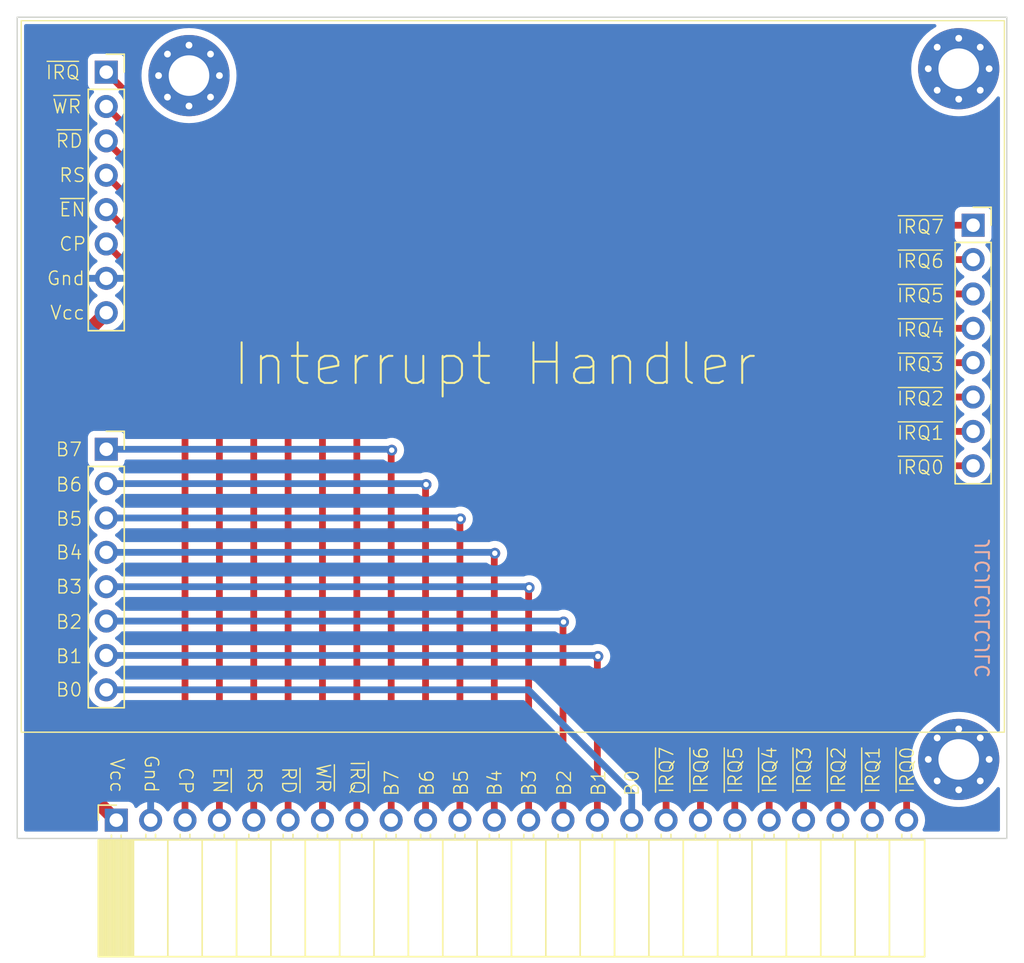
<source format=kicad_pcb>
(kicad_pcb (version 20211014) (generator pcbnew)
  (layers (0 "F.Cu" signal) (31 "B.Cu" signal) (34 "B.Paste" user) (35 "F.Paste" user) (36 "B.SilkS" user "B.Silkscreen") (37 "F.SilkS" user "F.Silkscreen") (38 "B.Mask" user) (39 "F.Mask" user) (44 "Edge.Cuts" user))
  (net 0 "")
  (net 1 "~{IREQ}")
  (net 2 "~{WRITE}")
  (net 3 "~{READ}")
  (net 4 "REG_SEL")
  (net 5 "~{EN}")
  (net 6 "CLOCK")
  (net 7 "GND")
  (net 8 "VCC")
  (net 9 "BUS7")
  (net 10 "BUS6")
  (net 11 "BUS5")
  (net 12 "BUS4")
  (net 13 "BUS3")
  (net 14 "BUS2")
  (net 15 "BUS1")
  (net 16 "BUS0")
  (net 17 "~{IRQ7}")
  (net 18 "~{IRQ6}")
  (net 19 "~{IRQ5}")
  (net 20 "~{IRQ4}")
  (net 21 "~{IRQ3}")
  (net 22 "~{IRQ2}")
  (net 23 "~{IRQ1}")
  (net 24 "~{IRQ0}")
  (footprint "MountingHole:MountingHole_3mm_Pad_Via" (layer "F.Cu") (at 172.974 64.262)
    (fp_text reference "REF**" hide)
    (fp_text value "MountingHole_3mm_Pad_Via" hide)
    (pad "1" thru_hole circle locked (at -1.59099 1.59099) (size 0.8 0.8) (drill 0.5) (layers *.Cu *.Mask))
    (pad "1" thru_hole circle locked (at 1.59099 -1.59099) (size 0.8 0.8) (drill 0.5) (layers *.Cu *.Mask))
    (pad "1" thru_hole circle locked (at 0 -2.25) (size 0.8 0.8) (drill 0.5) (layers *.Cu *.Mask))
    (pad "1" thru_hole circle locked (at 0 0) (size 6 6) (drill 3) (layers *.Cu *.Mask))
    (pad "1" thru_hole circle locked (at 1.59099 1.59099) (size 0.8 0.8) (drill 0.5) (layers *.Cu *.Mask))
    (pad "1" thru_hole circle locked (at 0 2.25) (size 0.8 0.8) (drill 0.5) (layers *.Cu *.Mask))
    (pad "1" thru_hole circle locked (at 2.25 0) (size 0.8 0.8) (drill 0.5) (layers *.Cu *.Mask))
    (pad "1" thru_hole circle locked (at -2.25 0) (size 0.8 0.8) (drill 0.5) (layers *.Cu *.Mask))
    (pad "1" thru_hole circle locked (at -1.59099 -1.59099) (size 0.8 0.8) (drill 0.5) (layers *.Cu *.Mask))
  )
  (footprint "MountingHole:MountingHole_3mm_Pad_Via" (layer "F.Cu") (at 172.974 115.316)
    (fp_text reference "REF**" hide)
    (fp_text value "MountingHole_3mm_Pad_Via" hide)
    (pad "1" thru_hole circle locked (at 1.59099 1.59099) (size 0.8 0.8) (drill 0.5) (layers *.Cu *.Mask))
    (pad "1" thru_hole circle locked (at 0 0) (size 6 6) (drill 3) (layers *.Cu *.Mask))
    (pad "1" thru_hole circle locked (at -2.25 0) (size 0.8 0.8) (drill 0.5) (layers *.Cu *.Mask))
    (pad "1" thru_hole circle locked (at 0 2.25) (size 0.8 0.8) (drill 0.5) (layers *.Cu *.Mask))
    (pad "1" thru_hole circle locked (at 0 -2.25) (size 0.8 0.8) (drill 0.5) (layers *.Cu *.Mask))
    (pad "1" thru_hole circle locked (at -1.59099 -1.59099) (size 0.8 0.8) (drill 0.5) (layers *.Cu *.Mask))
    (pad "1" thru_hole circle locked (at 2.25 0) (size 0.8 0.8) (drill 0.5) (layers *.Cu *.Mask))
    (pad "1" thru_hole circle locked (at -1.59099 1.59099) (size 0.8 0.8) (drill 0.5) (layers *.Cu *.Mask))
    (pad "1" thru_hole circle locked (at 1.59099 -1.59099) (size 0.8 0.8) (drill 0.5) (layers *.Cu *.Mask))
  )
  (footprint "Connector_PinSocket_2.54mm:PinSocket_1x08_P2.54mm_Vertical" (layer "F.Cu") (at 109.962 92.391)
    (fp_text reference "J3" hide)
    (fp_text value "Conn_01x08" hide)
    (fp_line (start 1.33 1.27) (end 1.33 19.11) (layer "F.SilkS") (width 0.12))
    (fp_line (start -1.33 1.27) (end -1.33 19.11) (layer "F.SilkS") (width 0.12))
    (fp_line (start 1.33 -1.33) (end 1.33 0) (layer "F.SilkS") (width 0.12))
    (fp_line (start -1.33 1.27) (end 1.33 1.27) (layer "F.SilkS") (width 0.12))
    (fp_line (start -1.33 19.11) (end 1.33 19.11) (layer "F.SilkS") (width 0.12))
    (fp_line (start 0 -1.33) (end 1.33 -1.33) (layer "F.SilkS") (width 0.12))
    (pad "1" thru_hole rect locked (at 0 0) (size 1.7 1.7) (drill 1) (layers *.Cu *.Mask) (net 9 "BUS7"))
    (pad "2" thru_hole oval locked (at 0 2.54) (size 1.7 1.7) (drill 1) (layers *.Cu *.Mask) (net 10 "BUS6"))
    (pad "3" thru_hole oval locked (at 0 5.08) (size 1.7 1.7) (drill 1) (layers *.Cu *.Mask) (net 11 "BUS5"))
    (pad "4" thru_hole oval locked (at 0 7.62) (size 1.7 1.7) (drill 1) (layers *.Cu *.Mask) (net 12 "BUS4"))
    (pad "5" thru_hole oval locked (at 0 10.16) (size 1.7 1.7) (drill 1) (layers *.Cu *.Mask) (net 13 "BUS3"))
    (pad "6" thru_hole oval locked (at 0 12.7) (size 1.7 1.7) (drill 1) (layers *.Cu *.Mask) (net 14 "BUS2"))
    (pad "7" thru_hole oval locked (at 0 15.24) (size 1.7 1.7) (drill 1) (layers *.Cu *.Mask) (net 15 "BUS1"))
    (pad "8" thru_hole oval locked (at 0 17.78) (size 1.7 1.7) (drill 1) (layers *.Cu *.Mask) (net 16 "BUS0"))
  )
  (footprint "Connector_PinSocket_2.54mm:PinSocket_1x24_P2.54mm_Horizontal" (layer "F.Cu") (at 110.704 119.806 90)
    (fp_text reference "J2" hide)
    (fp_text value "Conn_01x24" hide)
    (fp_line (start -10.09 21.59) (end -1.46 21.59) (layer "F.SilkS") (width 0.12))
    (fp_line (start -10.09 8.89) (end -1.46 8.89) (layer "F.SilkS") (width 0.12))
    (fp_line (start -10.09 52.07) (end -1.46 52.07) (layer "F.SilkS") (width 0.12))
    (fp_line (start -10.09 -0.619525) (end -1.46 -0.619525) (layer "F.SilkS") (width 0.12))
    (fp_line (start -1.46 7.26) (end -1.05 7.26) (layer "F.SilkS") (width 0.12))
    (fp_line (start -1.46 50.44) (end -1.05 50.44) (layer "F.SilkS") (width 0.12))
    (fp_line (start -10.09 39.37) (end -1.46 39.37) (layer "F.SilkS") (width 0.12))
    (fp_line (start -10.09 -1.33) (end -10.09 59.75) (layer "F.SilkS") (width 0.12))
    (fp_line (start -10.09 16.51) (end -1.46 16.51) (layer "F.SilkS") (width 0.12))
    (fp_line (start -1.46 25.04) (end -1.05 25.04) (layer "F.SilkS") (width 0.12))
    (fp_line (start -10.09 -0.50143) (end -1.46 -0.50143) (layer "F.SilkS") (width 0.12))
    (fp_line (start -10.09 46.99) (end -1.46 46.99) (layer "F.SilkS") (width 0.12))
    (fp_line (start -10.09 1.27) (end -1.46 1.27) (layer "F.SilkS") (width 0.12))
    (fp_line (start -1.46 9.8) (end -1.05 9.8) (layer "F.SilkS") (width 0.12))
    (fp_line (start -1.46 55.52) (end -1.05 55.52) (layer "F.SilkS") (width 0.12))
    (fp_line (start -1.46 51.16) (end -1.05 51.16) (layer "F.SilkS") (width 0.12))
    (fp_line (start -1.46 30.12) (end -1.05 30.12) (layer "F.SilkS") (width 0.12))
    (fp_line (start -10.09 -1.091905) (end -1.46 -1.091905) (layer "F.SilkS") (width 0.12))
    (fp_line (start -1.46 35.2) (end -1.05 35.2) (layer "F.SilkS") (width 0.12))
    (fp_line (start -10.09 0.20714) (end -1.46 0.20714) (layer "F.SilkS") (width 0.12))
    (fp_line (start -1.46 52.98) (end -1.05 52.98) (layer "F.SilkS") (width 0.12))
    (fp_line (start -1.46 2.9) (end -1.05 2.9) (layer "F.SilkS") (width 0.12))
    (fp_line (start -10.09 0.561425) (end -1.46 0.561425) (layer "F.SilkS") (width 0.12))
    (fp_line (start -1.46 22.5) (end -1.05 22.5) (layer "F.SilkS") (width 0.12))
    (fp_line (start -10.09 1.033805) (end -1.46 1.033805) (layer "F.SilkS") (width 0.12))
    (fp_line (start -1.46 32.66) (end -1.05 32.66) (layer "F.SilkS") (width 0.12))
    (fp_line (start -1.46 56.24) (end -1.05 56.24) (layer "F.SilkS") (width 0.12))
    (fp_line (start -10.09 59.75) (end -1.46 59.75) (layer "F.SilkS") (width 0.12))
    (fp_line (start -1.46 37.74) (end -1.05 37.74) (layer "F.SilkS") (width 0.12))
    (fp_line (start -1.46 46.08) (end -1.05 46.08) (layer "F.SilkS") (width 0.12))
    (fp_line (start -10.09 0.44333) (end -1.46 0.44333) (layer "F.SilkS") (width 0.12))
    (fp_line (start -1.46 5.44) (end -1.05 5.44) (layer "F.SilkS") (width 0.12))
    (fp_line (start -10.09 54.61) (end -1.46 54.61) (layer "F.SilkS") (width 0.12))
    (fp_line (start -1.46 -0.36) (end -1.11 -0.36) (layer "F.SilkS") (width 0.12))
    (fp_line (start -1.46 0.36) (end -1.11 0.36) (layer "F.SilkS") (width 0.12))
    (fp_line (start -1.46 14.88) (end -1.05 14.88) (layer "F.SilkS") (width 0.12))
    (fp_line (start -1.46 58.06) (end -1.05 58.06) (layer "F.SilkS") (width 0.12))
    (fp_line (start -10.09 0.797615) (end -1.46 0.797615) (layer "F.SilkS") (width 0.12))
    (fp_line (start -10.09 -0.147145) (end -1.46 -0.147145) (layer "F.SilkS") (width 0.12))
    (fp_line (start -10.09 0.91571) (end -1.46 0.91571) (layer "F.SilkS") (width 0.12))
    (fp_line (start -10.09 44.45) (end -1.46 44.45) (layer "F.SilkS") (width 0.12))
    (fp_line (start -1.46 35.92) (end -1.05 35.92) (layer "F.SilkS") (width 0.12))
    (fp_line (start -1.46 25.76) (end -1.05 25.76) (layer "F.SilkS") (width 0.12))
    (fp_line (start -1.46 38.46) (end -1.05 38.46) (layer "F.SilkS") (width 0.12))
    (fp_line (start -10.09 -1.21) (end -1.46 -1.21) (layer "F.SilkS") (width 0.12))
    (fp_line (start -1.46 40.28) (end -1.05 40.28) (layer "F.SilkS") (width 0.12))
    (fp_line (start -10.09 0.089045) (end -1.46 0.089045) (layer "F.SilkS") (width 0.12))
    (fp_line (start -1.46 7.98) (end -1.05 7.98) (layer "F.SilkS") (width 0.12))
    (fp_line (start -1.46 10.52) (end -1.05 10.52) (layer "F.SilkS") (width 0.12))
    (fp_line (start -10.09 57.15) (end -1.46 57.15) (layer "F.SilkS") (width 0.12))
    (fp_line (start -10.09 24.13) (end -1.46 24.13) (layer "F.SilkS") (width 0.12))
    (fp_line (start -10.09 -0.26524) (end -1.46 -0.26524) (layer "F.SilkS") (width 0.12))
    (fp_line (start -1.46 15.6) (end -1.05 15.6) (layer "F.SilkS") (width 0.12))
    (fp_line (start 1.11 -1.33) (end 1.11 0) (layer "F.SilkS") (width 0.12))
    (fp_line (start -1.46 19.96) (end -1.05 19.96) (layer "F.SilkS") (width 0.12))
    (fp_line (start -1.46 47.9) (end -1.05 47.9) (layer "F.SilkS") (width 0.12))
    (fp_line (start -10.09 -0.97381) (end -1.46 -0.97381) (layer "F.SilkS") (width 0.12))
    (fp_line (start -1.46 2.18) (end -1.05 2.18) (layer "F.SilkS") (width 0.12))
    (fp_line (start -10.09 31.75) (end -1.46 31.75) (layer "F.SilkS") (width 0.12))
    (fp_line (start -10.09 -0.383335) (end -1.46 -0.383335) (layer "F.SilkS") (width 0.12))
    (fp_line (start -10.09 -0.855715) (end -1.46 -0.855715) (layer "F.SilkS") (width 0.12))
    (fp_line (start 0 -1.33) (end 1.11 -1.33) (layer "F.SilkS") (width 0.12))
    (fp_line (start -1.46 33.38) (end -1.05 33.38) (layer "F.SilkS") (width 0.12))
    (fp_line (start -1.46 13.06) (end -1.05 13.06) (layer "F.SilkS") (width 0.12))
    (fp_line (start -10.09 36.83) (end -1.46 36.83) (layer "F.SilkS") (width 0.12))
    (fp_line (start -10.09 29.21) (end -1.46 29.21) (layer "F.SilkS") (width 0.12))
    (fp_line (start -1.46 27.58) (end -1.05 27.58) (layer "F.SilkS") (width 0.12))
    (fp_line (start -10.09 -1.33) (end -1.46 -1.33) (layer "F.SilkS") (width 0.12))
    (fp_line (start -1.46 18.14) (end -1.05 18.14) (layer "F.SilkS") (width 0.12))
    (fp_line (start -10.09 13.97) (end -1.46 13.97) (layer "F.SilkS") (width 0.12))
    (fp_line (start -1.46 23.22) (end -1.05 23.22) (layer "F.SilkS") (width 0.12))
    (fp_line (start -1.46 41) (end -1.05 41) (layer "F.SilkS") (width 0.12))
    (fp_line (start -10.09 0.325235) (end -1.46 0.325235) (layer "F.SilkS") (width 0.12))
    (fp_line (start -10.09 19.05) (end -1.46 19.05) (layer "F.SilkS") (width 0.12))
    (fp_line (start -10.09 3.81) (end -1.46 3.81) (layer "F.SilkS") (width 0.12))
    (fp_line (start -10.09 34.29) (end -1.46 34.29) (layer "F.SilkS") (width 0.12))
    (fp_line (start -1.46 17.42) (end -1.05 17.42) (layer "F.SilkS") (width 0.12))
    (fp_line (start -10.09 49.53) (end -1.46 49.53) (layer "F.SilkS") (width 0.12))
    (fp_line (start -10.09 -0.73762) (end -1.46 -0.73762) (layer "F.SilkS") (width 0.12))
    (fp_line (start -1.46 12.34) (end -1.05 12.34) (layer "F.SilkS") (width 0.12))
    (fp_line (start -1.46 45.36) (end -1.05 45.36) (layer "F.SilkS") (width 0.12))
    (fp_line (start -10.09 6.35) (end -1.46 6.35) (layer "F.SilkS") (width 0.12))
    (fp_line (start -10.09 41.91) (end -1.46 41.91) (layer "F.SilkS") (width 0.12))
    (fp_line (start -1.46 -1.33) (end -1.46 59.75) (layer "F.SilkS") (width 0.12))
    (fp_line (start -1.46 30.84) (end -1.05 30.84) (layer "F.SilkS") (width 0.12))
    (fp_line (start -1.46 48.62) (end -1.05 48.62) (layer "F.SilkS") (width 0.12))
    (fp_line (start -1.46 43.54) (end -1.05 43.54) (layer "F.SilkS") (width 0.12))
    (fp_line (start -10.09 0.67952) (end -1.46 0.67952) (layer "F.SilkS") (width 0.12))
    (fp_line (start -1.46 4.72) (end -1.05 4.72) (layer "F.SilkS") (width 0.12))
    (fp_line (start -10.09 1.1519) (end -1.46 1.1519) (layer "F.SilkS") (width 0.12))
    (fp_line (start -10.09 26.67) (end -1.46 26.67) (layer "F.SilkS") (width 0.12))
    (fp_line (start -1.46 42.82) (end -1.05 42.82) (layer "F.SilkS") (width 0.12))
    (fp_line (start -1.46 58.78) (end -1.05 58.78) (layer "F.SilkS") (width 0.12))
    (fp_line (start -1.46 53.7) (end -1.05 53.7) (layer "F.SilkS") (width 0.12))
    (fp_line (start -1.46 28.3) (end -1.05 28.3) (layer "F.SilkS") (width 0.12))
    (fp_line (start -10.09 11.43) (end -1.46 11.43) (layer "F.SilkS") (width 0.12))
    (fp_line (start -1.46 20.68) (end -1.05 20.68) (layer "F.SilkS") (width 0.12))
    (fp_line (start -10.09 -0.02905) (end -1.46 -0.02905) (layer "F.SilkS") (width 0.12))
    (pad "1" thru_hole rect locked (at 0 0 90) (size 1.7 1.7) (drill 1) (layers *.Cu *.Mask) (net 8 "VCC"))
    (pad "2" thru_hole oval locked (at 0 2.54 90) (size 1.7 1.7) (drill 1) (layers *.Cu *.Mask) (net 7 "GND"))
    (pad "3" thru_hole oval locked (at 0 5.08 90) (size 1.7 1.7) (drill 1) (layers *.Cu *.Mask) (net 6 "CLOCK"))
    (pad "4" thru_hole oval locked (at 0 7.62 90) (size 1.7 1.7) (drill 1) (layers *.Cu *.Mask) (net 5 "~{EN}"))
    (pad "5" thru_hole oval locked (at 0 10.16 90) (size 1.7 1.7) (drill 1) (layers *.Cu *.Mask) (net 4 "REG_SEL"))
    (pad "6" thru_hole oval locked (at 0 12.7 90) (size 1.7 1.7) (drill 1) (layers *.Cu *.Mask) (net 3 "~{READ}"))
    (pad "7" thru_hole oval locked (at 0 15.24 90) (size 1.7 1.7) (drill 1) (layers *.Cu *.Mask) (net 2 "~{WRITE}"))
    (pad "8" thru_hole oval locked (at 0 17.78 90) (size 1.7 1.7) (drill 1) (layers *.Cu *.Mask) (net 1 "~{IREQ}"))
    (pad "9" thru_hole oval locked (at 0 20.32 90) (size 1.7 1.7) (drill 1) (layers *.Cu *.Mask) (net 9 "BUS7"))
    (pad "10" thru_hole oval locked (at 0 22.86 90) (size 1.7 1.7) (drill 1) (layers *.Cu *.Mask) (net 10 "BUS6"))
    (pad "11" thru_hole oval locked (at 0 25.4 90) (size 1.7 1.7) (drill 1) (layers *.Cu *.Mask) (net 11 "BUS5"))
    (pad "12" thru_hole oval locked (at 0 27.94 90) (size 1.7 1.7) (drill 1) (layers *.Cu *.Mask) (net 12 "BUS4"))
    (pad "13" thru_hole oval locked (at 0 30.48 90) (size 1.7 1.7) (drill 1) (layers *.Cu *.Mask) (net 13 "BUS3"))
    (pad "14" thru_hole oval locked (at 0 33.02 90) (size 1.7 1.7) (drill 1) (layers *.Cu *.Mask) (net 14 "BUS2"))
    (pad "15" thru_hole oval locked (at 0 35.56 90) (size 1.7 1.7) (drill 1) (layers *.Cu *.Mask) (net 15 "BUS1"))
    (pad "16" thru_hole oval locked (at 0 38.1 90) (size 1.7 1.7) (drill 1) (layers *.Cu *.Mask) (net 16 "BUS0"))
    (pad "17" thru_hole oval locked (at 0 40.64 90) (size 1.7 1.7) (drill 1) (layers *.Cu *.Mask) (net 17 "~{IRQ7}"))
    (pad "18" thru_hole oval locked (at 0 43.18 90) (size 1.7 1.7) (drill 1) (layers *.Cu *.Mask) (net 18 "~{IRQ6}"))
    (pad "19" thru_hole oval locked (at 0 45.72 90) (size 1.7 1.7) (drill 1) (layers *.Cu *.Mask) (net 19 "~{IRQ5}"))
    (pad "20" thru_hole oval locked (at 0 48.26 90) (size 1.7 1.7) (drill 1) (layers *.Cu *.Mask) (net 20 "~{IRQ4}"))
    (pad "21" thru_hole oval locked (at 0 50.8 90) (size 1.7 1.7) (drill 1) (layers *.Cu *.Mask) (net 21 "~{IRQ3}"))
    (pad "22" thru_hole oval locked (at 0 53.34 90) (size 1.7 1.7) (drill 1) (layers *.Cu *.Mask) (net 22 "~{IRQ2}"))
    (pad "23" thru_hole oval locked (at 0 55.88 90) (size 1.7 1.7) (drill 1) (layers *.Cu *.Mask) (net 23 "~{IRQ1}"))
    (pad "24" thru_hole oval locked (at 0 58.42 90) (size 1.7 1.7) (drill 1) (layers *.Cu *.Mask) (net 24 "~{IRQ0}"))
  )
  (footprint "Connector_PinSocket_2.54mm:PinSocket_1x08_P2.54mm_Vertical" (layer "F.Cu") (at 109.962 64.516)
    (fp_text reference "J1" hide)
    (fp_text value "Conn_01x08" hide)
    (fp_line (start -1.33 19.11) (end 1.33 19.11) (layer "F.SilkS") (width 0.12))
    (fp_line (start -1.33 1.27) (end 1.33 1.27) (layer "F.SilkS") (width 0.12))
    (fp_line (start -1.33 1.27) (end -1.33 19.11) (layer "F.SilkS") (width 0.12))
    (fp_line (start 0 -1.33) (end 1.33 -1.33) (layer "F.SilkS") (width 0.12))
    (fp_line (start 1.33 -1.33) (end 1.33 0) (layer "F.SilkS") (width 0.12))
    (fp_line (start 1.33 1.27) (end 1.33 19.11) (layer "F.SilkS") (width 0.12))
    (pad "1" thru_hole rect locked (at 0 0) (size 1.7 1.7) (drill 1) (layers *.Cu *.Mask) (net 1 "~{IREQ}"))
    (pad "2" thru_hole oval locked (at 0 2.54) (size 1.7 1.7) (drill 1) (layers *.Cu *.Mask) (net 2 "~{WRITE}"))
    (pad "3" thru_hole oval locked (at 0 5.08) (size 1.7 1.7) (drill 1) (layers *.Cu *.Mask) (net 3 "~{READ}"))
    (pad "4" thru_hole oval locked (at 0 7.62) (size 1.7 1.7) (drill 1) (layers *.Cu *.Mask) (net 4 "REG_SEL"))
    (pad "5" thru_hole oval locked (at 0 10.16) (size 1.7 1.7) (drill 1) (layers *.Cu *.Mask) (net 5 "~{EN}"))
    (pad "6" thru_hole oval locked (at 0 12.7) (size 1.7 1.7) (drill 1) (layers *.Cu *.Mask) (net 6 "CLOCK"))
    (pad "7" thru_hole oval locked (at 0 15.24) (size 1.7 1.7) (drill 1) (layers *.Cu *.Mask) (net 7 "GND"))
    (pad "8" thru_hole oval locked (at 0 17.78) (size 1.7 1.7) (drill 1) (layers *.Cu *.Mask) (net 8 "VCC"))
  )
  (footprint "MountingHole:MountingHole_3mm_Pad_Via" (layer "F.Cu") (at 116.078 64.77)
    (fp_text reference "REF**" hide)
    (fp_text value "MountingHole_3mm_Pad_Via" hide)
    (pad "1" thru_hole circle locked (at 0 2.25) (size 0.8 0.8) (drill 0.5) (layers *.Cu *.Mask))
    (pad "1" thru_hole circle locked (at 2.25 0) (size 0.8 0.8) (drill 0.5) (layers *.Cu *.Mask))
    (pad "1" thru_hole circle locked (at 1.59099 1.59099) (size 0.8 0.8) (drill 0.5) (layers *.Cu *.Mask))
    (pad "1" thru_hole circle locked (at 1.59099 -1.59099) (size 0.8 0.8) (drill 0.5) (layers *.Cu *.Mask))
    (pad "1" thru_hole circle locked (at -1.59099 -1.59099) (size 0.8 0.8) (drill 0.5) (layers *.Cu *.Mask))
    (pad "1" thru_hole circle locked (at 0 0) (size 6 6) (drill 3) (layers *.Cu *.Mask))
    (pad "1" thru_hole circle locked (at -1.59099 1.59099) (size 0.8 0.8) (drill 0.5) (layers *.Cu *.Mask))
    (pad "1" thru_hole circle locked (at 0 -2.25) (size 0.8 0.8) (drill 0.5) (layers *.Cu *.Mask))
    (pad "1" thru_hole circle locked (at -2.25 0) (size 0.8 0.8) (drill 0.5) (layers *.Cu *.Mask))
  )
  (footprint "Connector_PinSocket_2.54mm:PinSocket_1x08_P2.54mm_Vertical" (layer "F.Cu") (at 174.04 75.831)
    (fp_text reference "J4" hide)
    (fp_text value "Conn_01x08" hide)
    (fp_line (start 1.33 1.27) (end 1.33 19.11) (layer "F.SilkS") (width 0.12))
    (fp_line (start -1.33 19.11) (end 1.33 19.11) (layer "F.SilkS") (width 0.12))
    (fp_line (start 0 -1.33) (end 1.33 -1.33) (layer "F.SilkS") (width 0.12))
    (fp_line (start -1.33 1.27) (end 1.33 1.27) (layer "F.SilkS") (width 0.12))
    (fp_line (start -1.33 1.27) (end -1.33 19.11) (layer "F.SilkS") (width 0.12))
    (fp_line (start 1.33 -1.33) (end 1.33 0) (layer "F.SilkS") (width 0.12))
    (pad "1" thru_hole rect locked (at 0 0) (size 1.7 1.7) (drill 1) (layers *.Cu *.Mask) (net 17 "~{IRQ7}"))
    (pad "2" thru_hole oval locked (at 0 2.54) (size 1.7 1.7) (drill 1) (layers *.Cu *.Mask) (net 18 "~{IRQ6}"))
    (pad "3" thru_hole oval locked (at 0 5.08) (size 1.7 1.7) (drill 1) (layers *.Cu *.Mask) (net 19 "~{IRQ5}"))
    (pad "4" thru_hole oval locked (at 0 7.62) (size 1.7 1.7) (drill 1) (layers *.Cu *.Mask) (net 20 "~{IRQ4}"))
    (pad "5" thru_hole oval locked (at 0 10.16) (size 1.7 1.7) (drill 1) (layers *.Cu *.Mask) (net 21 "~{IRQ3}"))
    (pad "6" thru_hole oval locked (at 0 12.7) (size 1.7 1.7) (drill 1) (layers *.Cu *.Mask) (net 22 "~{IRQ2}"))
    (pad "7" thru_hole oval locked (at 0 15.24) (size 1.7 1.7) (drill 1) (layers *.Cu *.Mask) (net 23 "~{IRQ1}"))
    (pad "8" thru_hole oval locked (at 0 17.78) (size 1.7 1.7) (drill 1) (layers *.Cu *.Mask) (net 24 "~{IRQ0}"))
  )
  (gr_rect (start 176.35 60.712) (end 103.678 113.304) (layer "F.SilkS") (width 0.1) (fill none))
  (gr_rect (start 103.378 60.452) (end 176.53 121.158) (layer "Edge.Cuts") (width 0.1) (fill none))
  (gr_text "JLCJLCJLCJLC" (at 174.752 104.14 90) (layer "B.SilkS") (effects (font (size 1 1)) (justify mirror)))
  (gr_text "CP" (at 115.844 115.824 270) (layer "F.SilkS") (effects (font (size 1 1) (thickness 0.1)) (justify left)))
  (gr_text "B3" (at 106.172 102.556) (layer "F.SilkS") (effects (font (size 1 1) (thickness 0.1)) (justify left)))
  (gr_text "~{WR}" (at 126.004 115.544 270) (layer "F.SilkS") (effects (font (size 1 1) (thickness 0.1)) (justify left)))
  (gr_text "B1" (at 106.172 107.696) (layer "F.SilkS") (effects (font (size 1 1) (thickness 0.1)) (justify left)))
  (gr_text "~{EN}" (at 118.384 115.824 270) (layer "F.SilkS") (effects (font (size 1 1) (thickness 0.1)) (justify left)))
  (gr_text "B2" (at 106.172 105.156) (layer "F.SilkS") (effects (font (size 1 1) (thickness 0.1)) (justify left)))
  (gr_text "B3" (at 141.214 118.1 90) (layer "F.SilkS") (effects (font (size 1 1) (thickness 0.1)) (justify left)))
  (gr_text "Interrupt Handler" (at 138.684 86.106) (layer "F.SilkS") (effects (font (size 3 3))))
  (gr_text "B5" (at 106.18 97.536) (layer "F.SilkS") (effects (font (size 1 1) (thickness 0.1)) (justify left)))
  (gr_text "~{IRQ}" (at 105.426 64.536) (layer "F.SilkS") (effects (font (size 1 1) (thickness 0.1)) (justify left)))
  (gr_text "B7" (at 106.162 92.406) (layer "F.SilkS") (effects (font (size 1 1) (thickness 0.1)) (justify left)))
  (gr_text "CP" (at 106.416 77.216) (layer "F.SilkS") (effects (font (size 1 1) (thickness 0.1)) (justify left)))
  (gr_text "RS" (at 120.924 115.824 270) (layer "F.SilkS") (effects (font (size 1 1) (thickness 0.1)) (justify left)))
  (gr_text "~{IRQ4}" (at 159.004 114.3 90) (layer "F.SilkS") (effects (font (size 1 1) (thickness 0.1)) (justify right)))
  (gr_text "~{IRQ2}" (at 164.084 114.3 90) (layer "F.SilkS") (effects (font (size 1 1) (thickness 0.1)) (justify right)))
  (gr_text "~{IRQ3}" (at 161.544 114.3 90) (layer "F.SilkS") (effects (font (size 1 1) (thickness 0.1)) (justify right)))
  (gr_text "Gnd" (at 108.448 79.756) (layer "F.SilkS") (effects (font (size 1 1) (thickness 0.1)) (justify right)))
  (gr_text "~{IRQ2}" (at 171.948 88.646) (layer "F.SilkS") (effects (font (size 1 1) (thickness 0.1)) (justify right)))
  (gr_text "B1" (at 146.354 118.1 90) (layer "F.SilkS") (effects (font (size 1 1) (thickness 0.1)) (justify left)))
  (gr_text "B5" (at 136.194 118.092 90) (layer "F.SilkS") (effects (font (size 1 1) (thickness 0.1)) (justify left)))
  (gr_text "~{RD}" (at 106.162 69.596) (layer "F.SilkS") (effects (font (size 1 1) (thickness 0.1)) (justify left)))
  (gr_text "~{IRQ0}" (at 169.164 114.3 90) (layer "F.SilkS") (effects (font (size 1 1) (thickness 0.1)) (justify right)))
  (gr_text "B4" (at 106.18 100.026) (layer "F.SilkS") (effects (font (size 1 1) (thickness 0.1)) (justify left)))
  (gr_text "~{IRQ}" (at 128.524 115.316 270) (layer "F.SilkS") (effects (font (size 1 1) (thickness 0.1)) (justify left)))
  (gr_text "Gnd" (at 113.304 117.856 270) (layer "F.SilkS") (effects (font (size 1 1) (thickness 0.1)) (justify right)))
  (gr_text "B0" (at 106.172 110.166) (layer "F.SilkS") (effects (font (size 1 1) (thickness 0.1)) (justify left)))
  (gr_text "B7" (at 131.064 118.11 90) (layer "F.SilkS") (effects (font (size 1 1) (thickness 0.1)) (justify left)))
  (gr_text "B0" (at 148.824 118.1 90) (layer "F.SilkS") (effects (font (size 1 1) (thickness 0.1)) (justify left)))
  (gr_text "B2" (at 143.814 118.1 90) (layer "F.SilkS") (effects (font (size 1 1) (thickness 0.1)) (justify left)))
  (gr_text "B6" (at 133.664 118.1 90) (layer "F.SilkS") (effects (font (size 1 1) (thickness 0.1)) (justify left)))
  (gr_text "B4" (at 138.684 118.092 90) (layer "F.SilkS") (effects (font (size 1 1) (thickness 0.1)) (justify left)))
  (gr_text "~{IRQ5}" (at 156.464 114.3 90) (layer "F.SilkS") (effects (font (size 1 1) (thickness 0.1)) (justify right)))
  (gr_text "~{IRQ6}" (at 153.924 114.3 90) (layer "F.SilkS") (effects (font (size 1 1) (thickness 0.1)) (justify right)))
  (gr_text "Vcc" (at 108.448 82.296) (layer "F.SilkS") (effects (font (size 1 1) (thickness 0.1)) (justify right)))
  (gr_text "~{IRQ7}" (at 171.948 75.946) (layer "F.SilkS") (effects (font (size 1 1) (thickness 0.1)) (justify right)))
  (gr_text "~{IRQ1}" (at 171.948 91.186) (layer "F.SilkS") (effects (font (size 1 1) (thickness 0.1)) (justify right)))
  (gr_text "~{IRQ7}" (at 151.384 114.3 90) (layer "F.SilkS") (effects (font (size 1 1) (thickness 0.1)) (justify right)))
  (gr_text "~{IRQ4}" (at 171.948 83.566) (layer "F.SilkS") (effects (font (size 1 1) (thickness 0.1)) (justify right)))
  (gr_text "~{IRQ0}" (at 171.948 93.726) (layer "F.SilkS") (effects (font (size 1 1) (thickness 0.1)) (justify right)))
  (gr_text "RS" (at 106.416 72.136) (layer "F.SilkS") (effects (font (size 1 1) (thickness 0.1)) (justify left)))
  (gr_text "~{IRQ1}" (at 166.624 114.3 90) (layer "F.SilkS") (effects (font (size 1 1) (thickness 0.1)) (justify right)))
  (gr_text "~{IRQ5}" (at 171.948 81.026) (layer "F.SilkS") (effects (font (size 1 1) (thickness 0.1)) (justify right)))
  (gr_text "~{EN}" (at 106.416 74.676) (layer "F.SilkS") (effects (font (size 1 1) (thickness 0.1)) (justify left)))
  (gr_text "~{IRQ6}" (at 171.948 78.486) (layer "F.SilkS") (effects (font (size 1 1) (thickness 0.1)) (justify right)))
  (gr_text "Vcc" (at 110.764 117.856 270) (layer "F.SilkS") (effects (font (size 1 1) (thickness 0.1)) (justify right)))
  (gr_text "~{WR}" (at 105.908 67.056) (layer "F.SilkS") (effects (font (size 1 1) (thickness 0.1)) (justify left)))
  (gr_text "~{RD}" (at 123.464 115.798 270) (layer "F.SilkS") (effects (font (size 1 1) (thickness 0.1)) (justify left)))
  (gr_text "B6" (at 106.172 95.006) (layer "F.SilkS") (effects (font (size 1 1) (thickness 0.1)) (justify left)))
  (gr_text "~{IRQ3}" (at 171.948 86.106) (layer "F.SilkS") (effects (font (size 1 1) (thickness 0.1)) (justify right)))
  (segment (start 109.962 64.516) (end 128.484 83.038) (width 0.5) (layer "F.Cu") (net 1))
  (segment (start 128.484 83.038) (end 128.484 119.806) (width 0.5) (layer "F.Cu") (net 1))
  (segment (start 109.962 67.056) (end 125.944 83.038) (width 0.5) (layer "F.Cu") (net 2))
  (segment (start 125.944 83.038) (end 125.944 119.806) (width 0.5) (layer "F.Cu") (net 2))
  (segment (start 123.404 83.038) (end 123.404 119.806) (width 0.5) (layer "F.Cu") (net 3))
  (segment (start 109.962 69.596) (end 123.404 83.038) (width 0.5) (layer "F.Cu") (net 3))
  (segment (start 109.962 72.136) (end 120.864 83.038) (width 0.5) (layer "F.Cu") (net 4))
  (segment (start 120.864 83.038) (end 120.864 119.806) (width 0.5) (layer "F.Cu") (net 4))
  (segment (start 109.962 74.676) (end 118.324 83.038) (width 0.5) (layer "F.Cu") (net 5))
  (segment (start 118.324 83.038) (end 118.324 119.806) (width 0.5) (layer "F.Cu") (net 5))
  (segment (start 115.784 83.038) (end 115.784 119.806) (width 0.5) (layer "F.Cu") (net 6))
  (segment (start 109.962 77.216) (end 115.784 83.038) (width 0.5) (layer "F.Cu") (net 6))
  (segment (start 105.664 114.808) (end 105.664 86.594) (width 1) (layer "F.Cu") (net 8))
  (segment (start 110.704 119.806) (end 110.662 119.806) (width 1) (layer "F.Cu") (net 8))
  (segment (start 105.664 86.594) (end 109.962 82.296) (width 1) (layer "F.Cu") (net 8))
  (segment (start 110.662 119.806) (end 105.664 114.808) (width 1) (layer "F.Cu") (net 8))
  (segment (start 131.024 92.496) (end 131.064 92.456) (width 0.5) (layer "F.Cu") (net 9))
  (segment (start 131.024 119.806) (end 131.024 92.496) (width 0.5) (layer "F.Cu") (net 9))
  (via (at 131.064 92.456) (size 0.8) (drill 0.4) (layers "F.Cu" "B.Cu") (net 9))
  (segment (start 130.999 92.391) (end 109.962 92.391) (width 0.5) (layer "B.Cu") (net 9))
  (segment (start 131.064 92.456) (end 130.999 92.391) (width 0.5) (layer "B.Cu") (net 9))
  (segment (start 133.604 94.996) (end 133.564 95.036) (width 0.5) (layer "F.Cu") (net 10))
  (segment (start 133.564 95.036) (end 133.564 119.806) (width 0.5) (layer "F.Cu") (net 10))
  (via (at 133.604 94.996) (size 0.8) (drill 0.4) (layers "F.Cu" "B.Cu") (net 10))
  (segment (start 133.539 94.931) (end 133.604 94.996) (width 0.5) (layer "B.Cu") (net 10))
  (segment (start 109.962 94.931) (end 133.539 94.931) (width 0.5) (layer "B.Cu") (net 10))
  (segment (start 136.104 119.806) (end 136.104 97.576) (width 0.5) (layer "F.Cu") (net 11))
  (segment (start 136.104 97.576) (end 136.144 97.536) (width 0.5) (layer "F.Cu") (net 11))
  (via (at 136.144 97.536) (size 0.8) (drill 0.4) (layers "F.Cu" "B.Cu") (net 11))
  (segment (start 136.079 97.471) (end 109.962 97.471) (width 0.5) (layer "B.Cu") (net 11))
  (segment (start 136.144 97.536) (end 136.079 97.471) (width 0.5) (layer "B.Cu") (net 11))
  (segment (start 138.644 100.116) (end 138.644 119.806) (width 0.5) (layer "F.Cu") (net 12))
  (segment (start 138.684 100.076) (end 138.644 100.116) (width 0.5) (layer "F.Cu") (net 12))
  (via (at 138.684 100.076) (size 0.8) (drill 0.4) (layers "F.Cu" "B.Cu") (net 12))
  (segment (start 109.962 100.011) (end 138.619 100.011) (width 0.5) (layer "B.Cu") (net 12))
  (segment (start 138.619 100.011) (end 138.684 100.076) (width 0.5) (layer "B.Cu") (net 12))
  (segment (start 141.184 102.656) (end 141.224 102.616) (width 0.5) (layer "F.Cu") (net 13))
  (segment (start 141.184 119.806) (end 141.184 102.656) (width 0.5) (layer "F.Cu") (net 13))
  (via (at 141.224 102.616) (size 0.8) (drill 0.4) (layers "F.Cu" "B.Cu") (net 13))
  (segment (start 109.962 102.551) (end 141.159 102.551) (width 0.5) (layer "B.Cu") (net 13))
  (segment (start 141.159 102.551) (end 141.224 102.616) (width 0.5) (layer "B.Cu") (net 13))
  (segment (start 143.724 105.196) (end 143.764 105.156) (width 0.5) (layer "F.Cu") (net 14))
  (segment (start 143.724 119.806) (end 143.724 105.196) (width 0.5) (layer "F.Cu") (net 14))
  (via (at 143.764 105.156) (size 0.8) (drill 0.4) (layers "F.Cu" "B.Cu") (net 14))
  (segment (start 109.962 105.091) (end 143.699 105.091) (width 0.5) (layer "B.Cu") (net 14))
  (segment (start 143.699 105.091) (end 143.764 105.156) (width 0.5) (layer "B.Cu") (net 14))
  (segment (start 146.264 107.736) (end 146.304 107.696) (width 0.5) (layer "F.Cu") (net 15))
  (segment (start 146.264 119.806) (end 146.264 107.736) (width 0.5) (layer "F.Cu") (net 15))
  (via (at 146.304 107.696) (size 0.8) (drill 0.4) (layers "F.Cu" "B.Cu") (net 15))
  (segment (start 109.962 107.631) (end 146.239 107.631) (width 0.5) (layer "B.Cu") (net 15))
  (segment (start 146.239 107.631) (end 146.304 107.696) (width 0.5) (layer "B.Cu") (net 15))
  (segment (start 148.804 117.816) (end 148.804 119.806) (width 0.5) (layer "B.Cu") (net 16))
  (segment (start 141.159 110.171) (end 148.804 117.816) (width 0.5) (layer "B.Cu") (net 16))
  (segment (start 109.962 110.171) (end 141.159 110.171) (width 0.5) (layer "B.Cu") (net 16))
  (segment (start 151.344 95.29) (end 170.803 75.831) (width 0.5) (layer "F.Cu") (net 17))
  (segment (start 151.344 119.806) (end 151.344 95.29) (width 0.5) (layer "F.Cu") (net 17))
  (segment (start 170.803 75.831) (end 174.04 75.831) (width 0.5) (layer "F.Cu") (net 17))
  (segment (start 153.884 95.544) (end 171.057 78.371) (width 0.5) (layer "F.Cu") (net 18))
  (segment (start 153.884 119.806) (end 153.884 95.544) (width 0.5) (layer "F.Cu") (net 18))
  (segment (start 171.057 78.371) (end 174.04 78.371) (width 0.5) (layer "F.Cu") (net 18))
  (segment (start 156.424 119.806) (end 156.424 95.798) (width 0.5) (layer "F.Cu") (net 19))
  (segment (start 171.311 80.911) (end 174.04 80.911) (width 0.5) (layer "F.Cu") (net 19))
  (segment (start 156.424 95.798) (end 171.311 80.911) (width 0.5) (layer "F.Cu") (net 19))
  (segment (start 158.964 119.806) (end 158.964 95.798) (width 0.5) (layer "F.Cu") (net 20))
  (segment (start 171.311 83.451) (end 174.04 83.451) (width 0.5) (layer "F.Cu") (net 20))
  (segment (start 158.964 95.798) (end 171.311 83.451) (width 0.5) (layer "F.Cu") (net 20))
  (segment (start 171.311 85.991) (end 174.04 85.991) (width 0.5) (layer "F.Cu") (net 21))
  (segment (start 161.504 119.806) (end 161.504 95.798) (width 0.5) (layer "F.Cu") (net 21))
  (segment (start 161.504 95.798) (end 171.311 85.991) (width 0.5) (layer "F.Cu") (net 21))
  (segment (start 164.044 95.798) (end 171.311 88.531) (width 0.5) (layer "F.Cu") (net 22))
  (segment (start 164.044 119.806) (end 164.044 95.798) (width 0.5) (layer "F.Cu") (net 22))
  (segment (start 171.311 88.531) (end 174.04 88.531) (width 0.5) (layer "F.Cu") (net 22))
  (segment (start 171.565 91.071) (end 174.04 91.071) (width 0.5) (layer "F.Cu") (net 23))
  (segment (start 166.584 96.052) (end 171.565 91.071) (width 0.5) (layer "F.Cu") (net 23))
  (segment (start 166.584 119.806) (end 166.584 96.052) (width 0.5) (layer "F.Cu") (net 23))
  (segment (start 171.565 93.611) (end 174.04 93.611) (width 0.5) (layer "F.Cu") (net 24))
  (segment (start 169.124 96.052) (end 171.565 93.611) (width 0.5) (layer "F.Cu") (net 24))
  (segment (start 169.124 119.806) (end 169.124 96.052) (width 0.5) (layer "F.Cu") (net 24))
  (zone (net 7) (net_name "GND") (layer "B.Cu") (connect_pads (clearance 0.508)) (min_thickness 0.254) (fill yes (thermal_gap 0.508) (thermal_bridge_width 0.508))
    (polygon (pts (xy 177.546 59.69) (xy 177.8 122.174) (xy 102.108 122.428) (xy 102.108 59.182)))
  )
)
</source>
